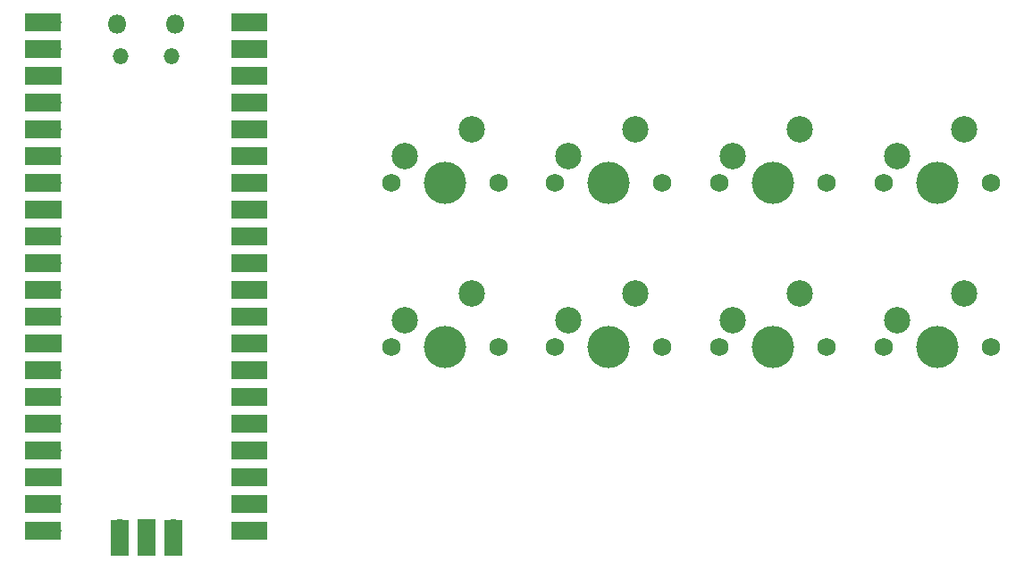
<source format=gbr>
%TF.GenerationSoftware,KiCad,Pcbnew,7.0.6*%
%TF.CreationDate,2023-07-15T16:08:07+01:00*%
%TF.ProjectId,Pico-Powered Keyboard,5069636f-2d50-46f7-9765-726564204b65,rev?*%
%TF.SameCoordinates,Original*%
%TF.FileFunction,Soldermask,Top*%
%TF.FilePolarity,Negative*%
%FSLAX46Y46*%
G04 Gerber Fmt 4.6, Leading zero omitted, Abs format (unit mm)*
G04 Created by KiCad (PCBNEW 7.0.6) date 2023-07-15 16:08:07*
%MOMM*%
%LPD*%
G01*
G04 APERTURE LIST*
%ADD10O,1.800000X1.800000*%
%ADD11O,1.500000X1.500000*%
%ADD12O,1.700000X1.700000*%
%ADD13R,3.500000X1.700000*%
%ADD14R,1.700000X1.700000*%
%ADD15R,1.700000X3.500000*%
%ADD16C,2.500000*%
%ADD17C,4.000000*%
%ADD18C,1.750000*%
G04 APERTURE END LIST*
D10*
%TO.C,U2*%
X90355000Y-38230000D03*
X84905000Y-38230000D03*
D11*
X85205000Y-41260000D03*
X90055000Y-41260000D03*
D12*
X78740000Y-38100000D03*
D13*
X77840000Y-38100000D03*
D12*
X78740000Y-40640000D03*
D13*
X77840000Y-40640000D03*
X77840000Y-43180000D03*
D14*
X78740000Y-43180000D03*
D12*
X78740000Y-45720000D03*
D13*
X77840000Y-45720000D03*
D12*
X78740000Y-48260000D03*
D13*
X77840000Y-48260000D03*
D12*
X78740000Y-50800000D03*
D13*
X77840000Y-50800000D03*
X77840000Y-53340000D03*
D12*
X78740000Y-53340000D03*
D14*
X78740000Y-55880000D03*
D13*
X77840000Y-55880000D03*
X77840000Y-58420000D03*
D12*
X78740000Y-58420000D03*
X78740000Y-60960000D03*
D13*
X77840000Y-60960000D03*
X77840000Y-63500000D03*
D12*
X78740000Y-63500000D03*
X78740000Y-66040000D03*
D13*
X77840000Y-66040000D03*
D14*
X78740000Y-68580000D03*
D13*
X77840000Y-68580000D03*
X77840000Y-71120000D03*
D12*
X78740000Y-71120000D03*
X78740000Y-73660000D03*
D13*
X77840000Y-73660000D03*
X77840000Y-76200000D03*
D12*
X78740000Y-76200000D03*
D13*
X77840000Y-78740000D03*
D12*
X78740000Y-78740000D03*
D13*
X77840000Y-81280000D03*
D14*
X78740000Y-81280000D03*
D12*
X78740000Y-83820000D03*
D13*
X77840000Y-83820000D03*
X77840000Y-86360000D03*
D12*
X78740000Y-86360000D03*
D13*
X97420000Y-86360000D03*
D12*
X96520000Y-86360000D03*
D13*
X97420000Y-83820000D03*
D12*
X96520000Y-83820000D03*
D13*
X97420000Y-81280000D03*
D14*
X96520000Y-81280000D03*
D12*
X96520000Y-78740000D03*
D13*
X97420000Y-78740000D03*
X97420000Y-76200000D03*
D12*
X96520000Y-76200000D03*
D13*
X97420000Y-73660000D03*
D12*
X96520000Y-73660000D03*
X96520000Y-71120000D03*
D13*
X97420000Y-71120000D03*
D14*
X96520000Y-68580000D03*
D13*
X97420000Y-68580000D03*
D12*
X96520000Y-66040000D03*
D13*
X97420000Y-66040000D03*
X97420000Y-63500000D03*
D12*
X96520000Y-63500000D03*
X96520000Y-60960000D03*
D13*
X97420000Y-60960000D03*
D12*
X96520000Y-58420000D03*
D13*
X97420000Y-58420000D03*
X97420000Y-55880000D03*
D14*
X96520000Y-55880000D03*
D13*
X97420000Y-53340000D03*
D12*
X96520000Y-53340000D03*
D13*
X97420000Y-50800000D03*
D12*
X96520000Y-50800000D03*
X96520000Y-48260000D03*
D13*
X97420000Y-48260000D03*
X97420000Y-45720000D03*
D12*
X96520000Y-45720000D03*
D13*
X97420000Y-43180000D03*
D14*
X96520000Y-43180000D03*
D13*
X97420000Y-40640000D03*
D12*
X96520000Y-40640000D03*
X96520000Y-38100000D03*
D13*
X97420000Y-38100000D03*
D15*
X85090000Y-87030000D03*
D12*
X85090000Y-86130000D03*
D14*
X87630000Y-86130000D03*
D15*
X87630000Y-87030000D03*
D12*
X90170000Y-86130000D03*
D15*
X90170000Y-87030000D03*
%TD*%
D16*
%TO.C,SW8*%
X158750000Y-66350000D03*
X165100000Y-63810000D03*
D17*
X162560000Y-68890000D03*
D18*
X157480000Y-68890000D03*
X167640000Y-68890000D03*
%TD*%
D16*
%TO.C,SW7*%
X158750000Y-50800000D03*
X165100000Y-48260000D03*
D17*
X162560000Y-53340000D03*
D18*
X157480000Y-53340000D03*
X167640000Y-53340000D03*
%TD*%
D16*
%TO.C,SW6*%
X143200000Y-66350000D03*
X149550000Y-63810000D03*
D17*
X147010000Y-68890000D03*
D18*
X141930000Y-68890000D03*
X152090000Y-68890000D03*
%TD*%
D16*
%TO.C,SW5*%
X143200000Y-50800000D03*
X149550000Y-48260000D03*
D17*
X147010000Y-53340000D03*
D18*
X141930000Y-53340000D03*
X152090000Y-53340000D03*
%TD*%
D16*
%TO.C,SW4*%
X127650000Y-66350000D03*
X134000000Y-63810000D03*
D17*
X131460000Y-68890000D03*
D18*
X126380000Y-68890000D03*
X136540000Y-68890000D03*
%TD*%
D16*
%TO.C,SW3*%
X127650000Y-50800000D03*
X134000000Y-48260000D03*
D17*
X131460000Y-53340000D03*
D18*
X126380000Y-53340000D03*
X136540000Y-53340000D03*
%TD*%
D16*
%TO.C,SW2*%
X112100000Y-66350000D03*
X118450000Y-63810000D03*
D17*
X115910000Y-68890000D03*
D18*
X110830000Y-68890000D03*
X120990000Y-68890000D03*
%TD*%
D16*
%TO.C,SW1*%
X112100000Y-50800000D03*
X118450000Y-48260000D03*
D17*
X115910000Y-53340000D03*
D18*
X110830000Y-53340000D03*
X120990000Y-53340000D03*
%TD*%
M02*

</source>
